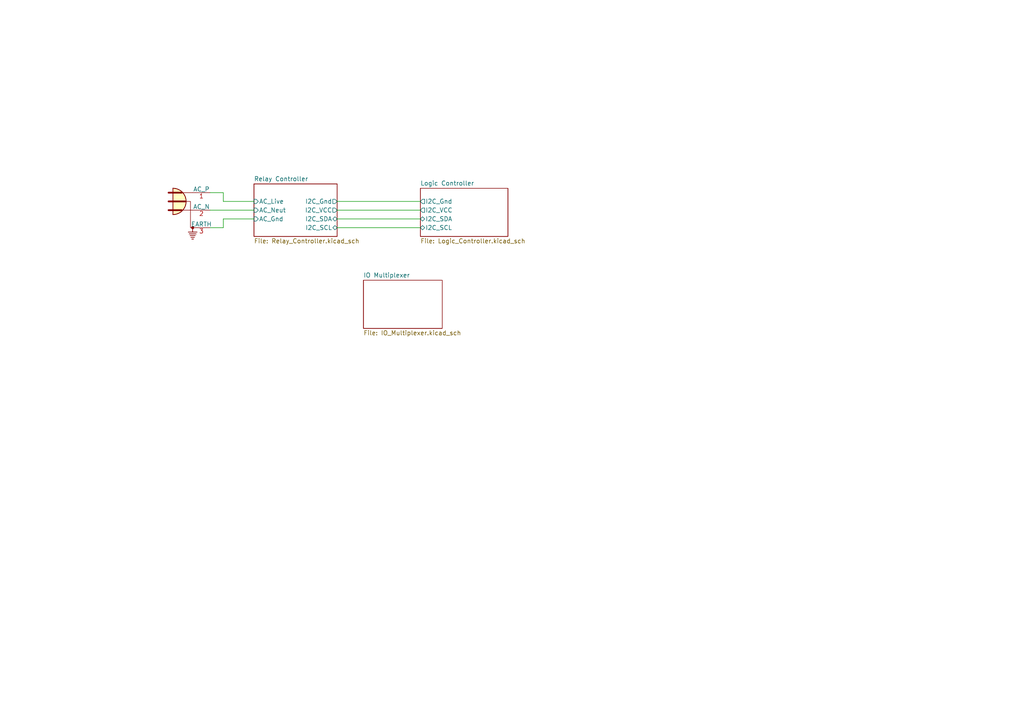
<source format=kicad_sch>
(kicad_sch (version 20231120) (generator "eeschema") (generator_version "8.0")
  (paper "A4")
  (title_block (title "Vending Machine") (date "2024-03-19") (rev "2") (company "Perth Artifactory") (comment 1 "Penny Wood"))
  (lib_symbols
    (symbol "Connector:Conn_WallPlug_Earth" (pin_names (offset 0))
      (property "Reference" "P" (at 0 3.81 0))
      (property "Value" "Conn_WallPlug_Earth" (at -5.08 0 90))
      (symbol "Conn_WallPlug_Earth_0_1"
        (arc (start -3.175 -3.81) (mid 0.6184 0) (end -3.175 3.81) (stroke (width 0.254)) (fill (type background)))
        (polyline (pts (xy -4.445 -2.54) (xy -0.635 -2.54)) (stroke (width 0.508)))
        (polyline (pts (xy -4.445 0) (xy 0.508 0)) (stroke (width 0.508)))
        (polyline (pts (xy -4.445 2.54) (xy -0.635 2.54)) (stroke (width 0.508)))
        (polyline (pts (xy -3.175 -3.81) (xy -3.175 3.81)) (stroke (width 0.254)))
        (polyline (pts (xy -0.635 -2.54) (xy 2.54 -2.54)))
        (polyline (pts (xy -0.635 2.54) (xy 2.54 2.54)))
        (polyline (pts (xy 1.524 -9.398) (xy 3.556 -9.398)) (stroke (width 0.2032)))
        (polyline (pts (xy 1.778 -9.906) (xy 3.302 -9.906)) (stroke (width 0.2032)))
        (polyline (pts (xy 2.032 -10.414) (xy 3.048 -10.414)) (stroke (width 0.2032)))
        (polyline (pts (xy 2.286 -10.922) (xy 2.794 -10.922)) (stroke (width 0.2032)))
        (polyline (pts (xy 2.54 -7.62) (xy 2.54 -8.89)) (stroke (width 0.2032)))
        (polyline (pts (xy 3.81 -8.89) (xy 1.27 -8.89)) (stroke (width 0.2032)))
        (polyline (pts (xy 2.54 -7.62) (xy 1.905 -7.62) (xy 1.905 0) (xy -4.445 0)))
        (circle (center 2.54 -7.62) (radius 0.3556) (fill (type outline)))
      )
      (symbol "Conn_WallPlug_Earth_1_1"
        (pin power_out line (at 7.62 2.54 180) (length 5.08) (name "AC_P") (number "1"))
        (pin power_out line (at 7.62 -2.54 180) (length 5.08) (name "AC_N") (number "2"))
        (pin passive line (at 7.62 -7.62 180) (length 5.08) (name "EARTH") (number "3"))
      )
    )
  )
  (wire (pts (xy 97.79 66.04) (xy 121.92 66.04)))
  (wire (pts (xy 64.77 55.88) (xy 64.77 58.42)))
  (wire (pts (xy 97.79 60.96) (xy 121.92 60.96)))
  (wire (pts (xy 97.79 58.42) (xy 121.92 58.42)))
  (wire (pts (xy 97.79 63.5) (xy 121.92 63.5)))
  (wire (pts (xy 60.96 66.04) (xy 64.77 66.04)))
  (wire (pts (xy 60.96 55.88) (xy 64.77 55.88)))
  (wire (pts (xy 64.77 66.04) (xy 64.77 63.5)))
  (wire (pts (xy 60.96 60.96) (xy 73.66 60.96)))
  (wire (pts (xy 64.77 58.42) (xy 73.66 58.42)))
  (wire (pts (xy 64.77 63.5) (xy 73.66 63.5)))
  (symbol (lib_id "Connector:Conn_WallPlug_Earth") (at 53.34 58.42 0) (unit 1) (on_board no)
    (property "Reference" "P01" (effects (hide yes)))
    (property "Value" "Main Supply" (effects (hide yes)))
    (property "Description" "3-pin general wall plug, with Earth wire (110VAC, 220VAC)" (effects (hide yes)))
  )
  (sheet (at 121.92 54.61) (size 25.4 13.97) (stroke (width 0.1524))
    (property "Sheetname" "Logic Controller" (at 121.92 53.8984 0) (effects (justify left bottom)))
    (property "Sheetfile" "Logic_Controller.kicad_sch" (at 121.92 69.1646 0) (effects (justify left top)))
    (pin "I2C_SCL" bidirectional (at 121.92 66.04 180))
    (pin "I2C_Gnd" output (at 121.92 58.42 180))
    (pin "I2C_SDA" bidirectional (at 121.92 63.5 180))
    (pin "I2C_VCC" output (at 121.92 60.96 180))
  )
  (sheet (at 105.41 81.28) (size 22.86 13.97) (stroke (width 0.1524))
    (property "Sheetname" "IO Multiplexer" (at 105.41 80.5684 0) (effects (justify left bottom)))
    (property "Sheetfile" "IO_Multiplexer.kicad_sch" (at 105.41 95.8346 0) (effects (justify left top)))
  )
  (sheet (at 73.66 53.34) (size 24.13 15.24) (stroke (width 0.1524))
    (property "Sheetname" "Relay Controller" (at 73.66 52.6284 0) (effects (justify left bottom)))
    (property "Sheetfile" "Relay_Controller.kicad_sch" (at 73.66 69.1646 0) (effects (justify left top)))
    (pin "AC_Gnd" input (at 73.66 63.5 180))
    (pin "AC_Neut" input (at 73.66 60.96 180))
    (pin "AC_Live" input (at 73.66 58.42 180))
    (pin "I2C_VCC" output (at 97.79 60.96 0))
    (pin "I2C_Gnd" output (at 97.79 58.42 0))
    (pin "I2C_SDA" bidirectional (at 97.79 63.5 0))
    (pin "I2C_SCL" bidirectional (at 97.79 66.04 0))
  )
)
</source>
